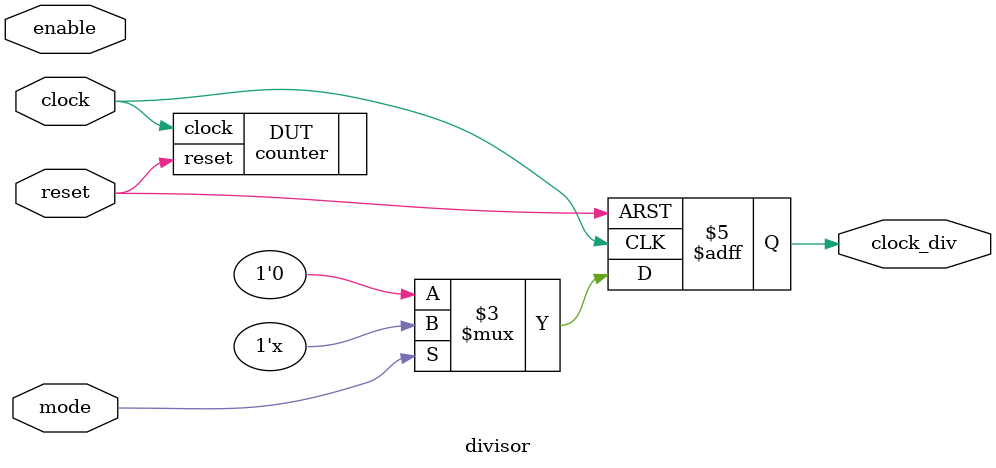
<source format=v>
module divisor(

	input clock,
	input reset,
	input mode,
	input enable,
	output reg clock_div
);

counter DUT (

	.clock(clock),
	.reset(reset)

);

comparator DUT1 (

	.counter(counter),
	.clock_div_enable(enable)	

);

always @(posedge clock or posedge reset) begin

if(reset) 
	
	clock_div <= 32'b0;
	
	else
	
		case(mode)
		
			//4'b0000
			4'b0001: clock_div <= counter [0];
			//4'b0010: clock_div <= 
			//4'b0011: clock_div <= 
			//4'b0100: clock_div <= 
			4'b0101: clock_div <= counter [1];
			default : clock_div <= 32'b0;
endcase

end

endmodule



		
</source>
